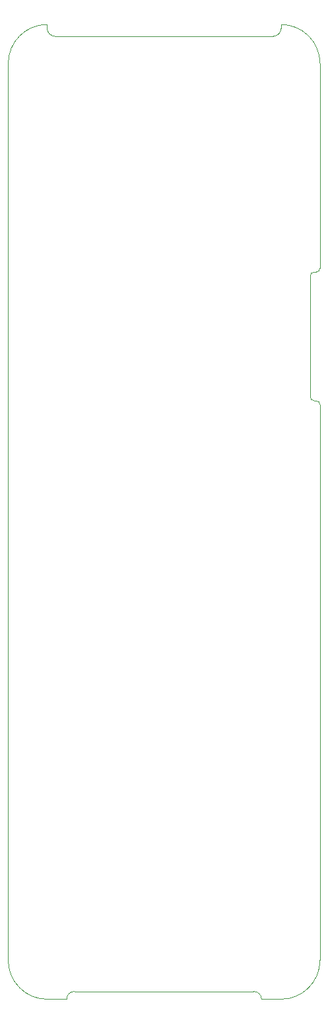
<source format=gbr>
%TF.GenerationSoftware,KiCad,Pcbnew,8.0.1*%
%TF.CreationDate,2024-03-28T16:48:30+01:00*%
%TF.ProjectId,KLST_CATERPILLAR,4b4c5354-5f43-4415-9445-5250494c4c41,rev?*%
%TF.SameCoordinates,Original*%
%TF.FileFunction,Profile,NP*%
%FSLAX46Y46*%
G04 Gerber Fmt 4.6, Leading zero omitted, Abs format (unit mm)*
G04 Created by KiCad (PCBNEW 8.0.1) date 2024-03-28 16:48:30*
%MOMM*%
%LPD*%
G01*
G04 APERTURE LIST*
%TA.AperFunction,Profile*%
%ADD10C,0.100000*%
%TD*%
G04 APERTURE END LIST*
D10*
X89500000Y-98250000D02*
X89250000Y-98250000D01*
X85000000Y-50000000D02*
G75*
G02*
X90000000Y-55000000I0J-5000000D01*
G01*
X57500000Y-175000000D02*
X55000000Y-175000000D01*
X57500000Y-175000000D02*
G75*
G02*
X58500000Y-174000000I1000000J0D01*
G01*
X90000000Y-98750000D02*
X90000000Y-170000000D01*
X90000000Y-81250000D02*
G75*
G02*
X89500000Y-81750000I-500000J0D01*
G01*
X55000000Y-50500000D02*
X55000000Y-50000000D01*
X90000000Y-55000000D02*
X90000000Y-81250000D01*
X90000000Y-170000000D02*
G75*
G02*
X85000000Y-175000000I-5000000J0D01*
G01*
X85000000Y-175000000D02*
X82500000Y-175000000D01*
X85000000Y-50500000D02*
G75*
G02*
X84000000Y-51500000I-1000000J0D01*
G01*
X56000000Y-51500000D02*
G75*
G02*
X55000000Y-50500000I0J1000000D01*
G01*
X85000000Y-50500000D02*
X85000000Y-50000000D01*
X89250000Y-81750000D02*
X89500000Y-81750000D01*
X50000000Y-170000000D02*
X50000000Y-55000000D01*
X88750000Y-82250000D02*
G75*
G02*
X89250000Y-81750000I500000J0D01*
G01*
X89250000Y-98250000D02*
G75*
G02*
X88750000Y-97750000I0J500000D01*
G01*
X84000000Y-51500000D02*
X56000000Y-51500000D01*
X88750000Y-97750000D02*
X88750000Y-82250000D01*
X55000000Y-175000000D02*
G75*
G02*
X50000000Y-170000000I0J5000000D01*
G01*
X81500000Y-174000000D02*
G75*
G02*
X82500000Y-175000000I0J-1000000D01*
G01*
X89500000Y-98250000D02*
G75*
G02*
X90000000Y-98750000I0J-500000D01*
G01*
X50000000Y-55000000D02*
G75*
G02*
X55000000Y-50000000I5000000J0D01*
G01*
X58500000Y-174000000D02*
X81500000Y-174000000D01*
M02*

</source>
